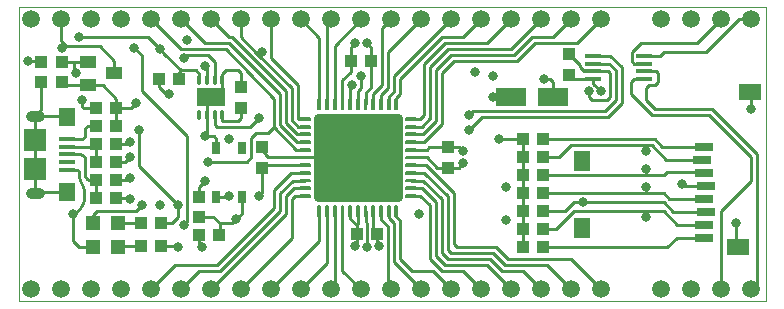
<source format=gtl>
G75*
%MOIN*%
%OFA0B0*%
%FSLAX25Y25*%
%IPPOS*%
%LPD*%
%AMOC8*
5,1,8,0,0,1.08239X$1,22.5*
%
%ADD10C,0.00100*%
%ADD11R,0.04331X0.03937*%
%ADD12R,0.03937X0.04331*%
%ADD13R,0.05512X0.03937*%
%ADD14R,0.04724X0.04724*%
%ADD15R,0.05906X0.03150*%
%ADD16R,0.07480X0.05512*%
%ADD17R,0.05512X0.07087*%
%ADD18R,0.02559X0.04134*%
%ADD19R,0.09843X0.06299*%
%ADD20R,0.05315X0.01575*%
%ADD21R,0.09449X0.06496*%
%ADD22C,0.01378*%
%ADD23C,0.00650*%
%ADD24C,0.02953*%
%ADD25C,0.05906*%
%ADD26R,0.05512X0.06299*%
%ADD27R,0.07480X0.07480*%
%ADD28C,0.03543*%
%ADD29C,0.00039*%
%ADD30C,0.01000*%
%ADD31C,0.03169*%
D10*
X0009000Y0020119D02*
X0009000Y0118119D01*
X0258000Y0118119D01*
X0258000Y0020119D01*
X0009000Y0020119D01*
D11*
X0049654Y0038619D03*
X0056346Y0038619D03*
X0069154Y0042119D03*
X0075846Y0042119D03*
X0056346Y0046119D03*
X0049654Y0046119D03*
X0041346Y0054619D03*
X0034654Y0054619D03*
X0034654Y0060619D03*
X0041346Y0060619D03*
X0041346Y0066619D03*
X0034654Y0066619D03*
X0034654Y0072619D03*
X0041346Y0072619D03*
X0041346Y0078619D03*
X0034654Y0078619D03*
X0034654Y0084619D03*
X0041346Y0084619D03*
X0055654Y0094119D03*
X0062346Y0094119D03*
X0119654Y0100119D03*
X0126346Y0100119D03*
X0177154Y0074119D03*
X0183846Y0074119D03*
X0183846Y0068119D03*
X0177154Y0068119D03*
X0177154Y0062119D03*
X0183846Y0062119D03*
X0183846Y0056119D03*
X0177154Y0056119D03*
X0177154Y0050119D03*
X0183846Y0050119D03*
X0183846Y0044119D03*
X0177154Y0044119D03*
X0177154Y0038119D03*
X0183846Y0038119D03*
X0128346Y0042619D03*
X0121654Y0042619D03*
D12*
X0152000Y0064772D03*
X0152000Y0071465D03*
X0192500Y0095772D03*
X0192500Y0102465D03*
X0090000Y0071465D03*
X0090000Y0064772D03*
X0069000Y0054965D03*
X0069000Y0048272D03*
X0083000Y0084772D03*
X0083000Y0091465D03*
X0023500Y0093272D03*
X0016500Y0093272D03*
X0016500Y0099965D03*
X0023500Y0099965D03*
D13*
X0032169Y0099859D03*
X0040831Y0096119D03*
X0032169Y0092379D03*
D14*
X0033866Y0046119D03*
X0042134Y0046119D03*
X0042134Y0038119D03*
X0033866Y0038119D03*
D15*
X0236619Y0067421D03*
X0237406Y0071752D03*
X0237406Y0063090D03*
X0238194Y0058759D03*
X0237406Y0054429D03*
X0238194Y0050098D03*
X0237406Y0045767D03*
X0237406Y0041437D03*
D16*
X0248627Y0038287D03*
X0252564Y0090059D03*
D17*
X0196855Y0067027D03*
X0196855Y0044586D03*
D18*
X0083232Y0054949D03*
X0074768Y0054949D03*
X0074768Y0071288D03*
X0083232Y0071288D03*
D19*
X0173110Y0088119D03*
X0186890Y0088119D03*
D20*
X0200535Y0094280D03*
X0200535Y0096839D03*
X0200535Y0099398D03*
X0200535Y0101957D03*
X0217465Y0101957D03*
X0217465Y0099398D03*
X0217465Y0096839D03*
X0217465Y0094280D03*
X0025000Y0074237D03*
X0025000Y0071678D03*
X0025000Y0069119D03*
X0025000Y0066560D03*
X0025000Y0064001D03*
D21*
X0073000Y0088119D03*
D22*
X0071720Y0092942D02*
X0071720Y0094910D01*
X0069161Y0094910D02*
X0069161Y0092942D01*
X0074280Y0092942D02*
X0074280Y0094910D01*
X0076839Y0094910D02*
X0076839Y0092942D01*
X0076839Y0083296D02*
X0076839Y0081328D01*
X0074280Y0081328D02*
X0074280Y0083296D01*
X0071720Y0083296D02*
X0071720Y0081328D01*
X0069161Y0081328D02*
X0069161Y0083296D01*
D23*
X0105926Y0081238D02*
X0105926Y0080590D01*
X0102640Y0080590D01*
X0102640Y0081238D01*
X0105926Y0081238D01*
X0105926Y0078679D02*
X0105926Y0078031D01*
X0102640Y0078031D01*
X0102640Y0078679D01*
X0105926Y0078679D01*
X0105926Y0076120D02*
X0105926Y0075472D01*
X0102640Y0075472D01*
X0102640Y0076120D01*
X0105926Y0076120D01*
X0105926Y0073561D02*
X0105926Y0072913D01*
X0102640Y0072913D01*
X0102640Y0073561D01*
X0105926Y0073561D01*
X0105926Y0071002D02*
X0105926Y0070354D01*
X0102640Y0070354D01*
X0102640Y0071002D01*
X0105926Y0071002D01*
X0105926Y0068443D02*
X0105926Y0067795D01*
X0102640Y0067795D01*
X0102640Y0068443D01*
X0105926Y0068443D01*
X0105926Y0065884D02*
X0105926Y0065236D01*
X0102640Y0065236D01*
X0102640Y0065884D01*
X0105926Y0065884D01*
X0105926Y0063325D02*
X0105926Y0062677D01*
X0102640Y0062677D01*
X0102640Y0063325D01*
X0105926Y0063325D01*
X0105926Y0060766D02*
X0105926Y0060118D01*
X0102640Y0060118D01*
X0102640Y0060766D01*
X0105926Y0060766D01*
X0105926Y0058206D02*
X0105926Y0057558D01*
X0102640Y0057558D01*
X0102640Y0058206D01*
X0105926Y0058206D01*
X0105926Y0055647D02*
X0105926Y0054999D01*
X0102640Y0054999D01*
X0102640Y0055647D01*
X0105926Y0055647D01*
X0108881Y0048759D02*
X0109529Y0048759D01*
X0108881Y0048759D02*
X0108881Y0052045D01*
X0109529Y0052045D01*
X0109529Y0048759D01*
X0109529Y0049408D02*
X0108881Y0049408D01*
X0108881Y0050057D02*
X0109529Y0050057D01*
X0109529Y0050706D02*
X0108881Y0050706D01*
X0108881Y0051355D02*
X0109529Y0051355D01*
X0109529Y0052004D02*
X0108881Y0052004D01*
X0111440Y0048759D02*
X0112088Y0048759D01*
X0111440Y0048759D02*
X0111440Y0052045D01*
X0112088Y0052045D01*
X0112088Y0048759D01*
X0112088Y0049408D02*
X0111440Y0049408D01*
X0111440Y0050057D02*
X0112088Y0050057D01*
X0112088Y0050706D02*
X0111440Y0050706D01*
X0111440Y0051355D02*
X0112088Y0051355D01*
X0112088Y0052004D02*
X0111440Y0052004D01*
X0113999Y0048759D02*
X0114647Y0048759D01*
X0113999Y0048759D02*
X0113999Y0052045D01*
X0114647Y0052045D01*
X0114647Y0048759D01*
X0114647Y0049408D02*
X0113999Y0049408D01*
X0113999Y0050057D02*
X0114647Y0050057D01*
X0114647Y0050706D02*
X0113999Y0050706D01*
X0113999Y0051355D02*
X0114647Y0051355D01*
X0114647Y0052004D02*
X0113999Y0052004D01*
X0116558Y0048759D02*
X0117206Y0048759D01*
X0116558Y0048759D02*
X0116558Y0052045D01*
X0117206Y0052045D01*
X0117206Y0048759D01*
X0117206Y0049408D02*
X0116558Y0049408D01*
X0116558Y0050057D02*
X0117206Y0050057D01*
X0117206Y0050706D02*
X0116558Y0050706D01*
X0116558Y0051355D02*
X0117206Y0051355D01*
X0117206Y0052004D02*
X0116558Y0052004D01*
X0119117Y0048759D02*
X0119765Y0048759D01*
X0119117Y0048759D02*
X0119117Y0052045D01*
X0119765Y0052045D01*
X0119765Y0048759D01*
X0119765Y0049408D02*
X0119117Y0049408D01*
X0119117Y0050057D02*
X0119765Y0050057D01*
X0119765Y0050706D02*
X0119117Y0050706D01*
X0119117Y0051355D02*
X0119765Y0051355D01*
X0119765Y0052004D02*
X0119117Y0052004D01*
X0121676Y0048759D02*
X0122324Y0048759D01*
X0121676Y0048759D02*
X0121676Y0052045D01*
X0122324Y0052045D01*
X0122324Y0048759D01*
X0122324Y0049408D02*
X0121676Y0049408D01*
X0121676Y0050057D02*
X0122324Y0050057D01*
X0122324Y0050706D02*
X0121676Y0050706D01*
X0121676Y0051355D02*
X0122324Y0051355D01*
X0122324Y0052004D02*
X0121676Y0052004D01*
X0124235Y0048759D02*
X0124883Y0048759D01*
X0124235Y0048759D02*
X0124235Y0052045D01*
X0124883Y0052045D01*
X0124883Y0048759D01*
X0124883Y0049408D02*
X0124235Y0049408D01*
X0124235Y0050057D02*
X0124883Y0050057D01*
X0124883Y0050706D02*
X0124235Y0050706D01*
X0124235Y0051355D02*
X0124883Y0051355D01*
X0124883Y0052004D02*
X0124235Y0052004D01*
X0126794Y0048759D02*
X0127442Y0048759D01*
X0126794Y0048759D02*
X0126794Y0052045D01*
X0127442Y0052045D01*
X0127442Y0048759D01*
X0127442Y0049408D02*
X0126794Y0049408D01*
X0126794Y0050057D02*
X0127442Y0050057D01*
X0127442Y0050706D02*
X0126794Y0050706D01*
X0126794Y0051355D02*
X0127442Y0051355D01*
X0127442Y0052004D02*
X0126794Y0052004D01*
X0129353Y0048759D02*
X0130001Y0048759D01*
X0129353Y0048759D02*
X0129353Y0052045D01*
X0130001Y0052045D01*
X0130001Y0048759D01*
X0130001Y0049408D02*
X0129353Y0049408D01*
X0129353Y0050057D02*
X0130001Y0050057D01*
X0130001Y0050706D02*
X0129353Y0050706D01*
X0129353Y0051355D02*
X0130001Y0051355D01*
X0130001Y0052004D02*
X0129353Y0052004D01*
X0131912Y0048759D02*
X0132560Y0048759D01*
X0131912Y0048759D02*
X0131912Y0052045D01*
X0132560Y0052045D01*
X0132560Y0048759D01*
X0132560Y0049408D02*
X0131912Y0049408D01*
X0131912Y0050057D02*
X0132560Y0050057D01*
X0132560Y0050706D02*
X0131912Y0050706D01*
X0131912Y0051355D02*
X0132560Y0051355D01*
X0132560Y0052004D02*
X0131912Y0052004D01*
X0134471Y0048759D02*
X0135119Y0048759D01*
X0134471Y0048759D02*
X0134471Y0052045D01*
X0135119Y0052045D01*
X0135119Y0048759D01*
X0135119Y0049408D02*
X0134471Y0049408D01*
X0134471Y0050057D02*
X0135119Y0050057D01*
X0135119Y0050706D02*
X0134471Y0050706D01*
X0134471Y0051355D02*
X0135119Y0051355D01*
X0135119Y0052004D02*
X0134471Y0052004D01*
X0141360Y0054999D02*
X0141360Y0055647D01*
X0141360Y0054999D02*
X0138074Y0054999D01*
X0138074Y0055647D01*
X0141360Y0055647D01*
X0141360Y0057558D02*
X0141360Y0058206D01*
X0141360Y0057558D02*
X0138074Y0057558D01*
X0138074Y0058206D01*
X0141360Y0058206D01*
X0141360Y0060118D02*
X0141360Y0060766D01*
X0141360Y0060118D02*
X0138074Y0060118D01*
X0138074Y0060766D01*
X0141360Y0060766D01*
X0141360Y0062677D02*
X0141360Y0063325D01*
X0141360Y0062677D02*
X0138074Y0062677D01*
X0138074Y0063325D01*
X0141360Y0063325D01*
X0141360Y0065236D02*
X0141360Y0065884D01*
X0141360Y0065236D02*
X0138074Y0065236D01*
X0138074Y0065884D01*
X0141360Y0065884D01*
X0141360Y0067795D02*
X0141360Y0068443D01*
X0141360Y0067795D02*
X0138074Y0067795D01*
X0138074Y0068443D01*
X0141360Y0068443D01*
X0141360Y0070354D02*
X0141360Y0071002D01*
X0141360Y0070354D02*
X0138074Y0070354D01*
X0138074Y0071002D01*
X0141360Y0071002D01*
X0141360Y0072913D02*
X0141360Y0073561D01*
X0141360Y0072913D02*
X0138074Y0072913D01*
X0138074Y0073561D01*
X0141360Y0073561D01*
X0141360Y0075472D02*
X0141360Y0076120D01*
X0141360Y0075472D02*
X0138074Y0075472D01*
X0138074Y0076120D01*
X0141360Y0076120D01*
X0141360Y0078031D02*
X0141360Y0078679D01*
X0141360Y0078031D02*
X0138074Y0078031D01*
X0138074Y0078679D01*
X0141360Y0078679D01*
X0141360Y0080590D02*
X0141360Y0081238D01*
X0141360Y0080590D02*
X0138074Y0080590D01*
X0138074Y0081238D01*
X0141360Y0081238D01*
X0135119Y0084192D02*
X0134471Y0084192D01*
X0134471Y0087478D01*
X0135119Y0087478D01*
X0135119Y0084192D01*
X0135119Y0084841D02*
X0134471Y0084841D01*
X0134471Y0085490D02*
X0135119Y0085490D01*
X0135119Y0086139D02*
X0134471Y0086139D01*
X0134471Y0086788D02*
X0135119Y0086788D01*
X0135119Y0087437D02*
X0134471Y0087437D01*
X0132560Y0084192D02*
X0131912Y0084192D01*
X0131912Y0087478D01*
X0132560Y0087478D01*
X0132560Y0084192D01*
X0132560Y0084841D02*
X0131912Y0084841D01*
X0131912Y0085490D02*
X0132560Y0085490D01*
X0132560Y0086139D02*
X0131912Y0086139D01*
X0131912Y0086788D02*
X0132560Y0086788D01*
X0132560Y0087437D02*
X0131912Y0087437D01*
X0130001Y0084192D02*
X0129353Y0084192D01*
X0129353Y0087478D01*
X0130001Y0087478D01*
X0130001Y0084192D01*
X0130001Y0084841D02*
X0129353Y0084841D01*
X0129353Y0085490D02*
X0130001Y0085490D01*
X0130001Y0086139D02*
X0129353Y0086139D01*
X0129353Y0086788D02*
X0130001Y0086788D01*
X0130001Y0087437D02*
X0129353Y0087437D01*
X0127442Y0084192D02*
X0126794Y0084192D01*
X0126794Y0087478D01*
X0127442Y0087478D01*
X0127442Y0084192D01*
X0127442Y0084841D02*
X0126794Y0084841D01*
X0126794Y0085490D02*
X0127442Y0085490D01*
X0127442Y0086139D02*
X0126794Y0086139D01*
X0126794Y0086788D02*
X0127442Y0086788D01*
X0127442Y0087437D02*
X0126794Y0087437D01*
X0124883Y0084192D02*
X0124235Y0084192D01*
X0124235Y0087478D01*
X0124883Y0087478D01*
X0124883Y0084192D01*
X0124883Y0084841D02*
X0124235Y0084841D01*
X0124235Y0085490D02*
X0124883Y0085490D01*
X0124883Y0086139D02*
X0124235Y0086139D01*
X0124235Y0086788D02*
X0124883Y0086788D01*
X0124883Y0087437D02*
X0124235Y0087437D01*
X0122324Y0084192D02*
X0121676Y0084192D01*
X0121676Y0087478D01*
X0122324Y0087478D01*
X0122324Y0084192D01*
X0122324Y0084841D02*
X0121676Y0084841D01*
X0121676Y0085490D02*
X0122324Y0085490D01*
X0122324Y0086139D02*
X0121676Y0086139D01*
X0121676Y0086788D02*
X0122324Y0086788D01*
X0122324Y0087437D02*
X0121676Y0087437D01*
X0119765Y0084192D02*
X0119117Y0084192D01*
X0119117Y0087478D01*
X0119765Y0087478D01*
X0119765Y0084192D01*
X0119765Y0084841D02*
X0119117Y0084841D01*
X0119117Y0085490D02*
X0119765Y0085490D01*
X0119765Y0086139D02*
X0119117Y0086139D01*
X0119117Y0086788D02*
X0119765Y0086788D01*
X0119765Y0087437D02*
X0119117Y0087437D01*
X0117206Y0084192D02*
X0116558Y0084192D01*
X0116558Y0087478D01*
X0117206Y0087478D01*
X0117206Y0084192D01*
X0117206Y0084841D02*
X0116558Y0084841D01*
X0116558Y0085490D02*
X0117206Y0085490D01*
X0117206Y0086139D02*
X0116558Y0086139D01*
X0116558Y0086788D02*
X0117206Y0086788D01*
X0117206Y0087437D02*
X0116558Y0087437D01*
X0114647Y0084192D02*
X0113999Y0084192D01*
X0113999Y0087478D01*
X0114647Y0087478D01*
X0114647Y0084192D01*
X0114647Y0084841D02*
X0113999Y0084841D01*
X0113999Y0085490D02*
X0114647Y0085490D01*
X0114647Y0086139D02*
X0113999Y0086139D01*
X0113999Y0086788D02*
X0114647Y0086788D01*
X0114647Y0087437D02*
X0113999Y0087437D01*
X0112088Y0084192D02*
X0111440Y0084192D01*
X0111440Y0087478D01*
X0112088Y0087478D01*
X0112088Y0084192D01*
X0112088Y0084841D02*
X0111440Y0084841D01*
X0111440Y0085490D02*
X0112088Y0085490D01*
X0112088Y0086139D02*
X0111440Y0086139D01*
X0111440Y0086788D02*
X0112088Y0086788D01*
X0112088Y0087437D02*
X0111440Y0087437D01*
X0109529Y0084192D02*
X0108881Y0084192D01*
X0108881Y0087478D01*
X0109529Y0087478D01*
X0109529Y0084192D01*
X0109529Y0084841D02*
X0108881Y0084841D01*
X0108881Y0085490D02*
X0109529Y0085490D01*
X0109529Y0086139D02*
X0108881Y0086139D01*
X0108881Y0086788D02*
X0109529Y0086788D01*
X0109529Y0087437D02*
X0108881Y0087437D01*
D24*
X0135288Y0081407D02*
X0135288Y0054831D01*
X0108712Y0054831D01*
X0108712Y0081407D01*
X0135288Y0081407D01*
X0135288Y0057783D02*
X0108712Y0057783D01*
X0108712Y0060735D02*
X0135288Y0060735D01*
X0135288Y0063687D02*
X0108712Y0063687D01*
X0108712Y0066639D02*
X0135288Y0066639D01*
X0135288Y0069591D02*
X0108712Y0069591D01*
X0108712Y0072543D02*
X0135288Y0072543D01*
X0135288Y0075495D02*
X0108712Y0075495D01*
X0108712Y0078447D02*
X0135288Y0078447D01*
X0135288Y0081399D02*
X0108712Y0081399D01*
D25*
X0113000Y0114119D03*
X0123000Y0114119D03*
X0133000Y0114119D03*
X0143000Y0114119D03*
X0153000Y0114119D03*
X0163000Y0114119D03*
X0173000Y0114119D03*
X0183000Y0114119D03*
X0193000Y0114119D03*
X0203000Y0114119D03*
X0223000Y0114119D03*
X0233000Y0114119D03*
X0243000Y0114119D03*
X0253000Y0114119D03*
X0103000Y0114119D03*
X0093000Y0114119D03*
X0083000Y0114119D03*
X0073000Y0114119D03*
X0063000Y0114119D03*
X0053000Y0114119D03*
X0043000Y0114119D03*
X0033000Y0114119D03*
X0023000Y0114119D03*
X0013000Y0114119D03*
X0013000Y0024119D03*
X0023000Y0024119D03*
X0033000Y0024119D03*
X0043000Y0024119D03*
X0053000Y0024119D03*
X0063000Y0024119D03*
X0073000Y0024119D03*
X0083000Y0024119D03*
X0093000Y0024119D03*
X0103000Y0024119D03*
X0113000Y0024119D03*
X0123000Y0024119D03*
X0133000Y0024119D03*
X0143000Y0024119D03*
X0153000Y0024119D03*
X0163000Y0024119D03*
X0173000Y0024119D03*
X0183000Y0024119D03*
X0193000Y0024119D03*
X0203000Y0024119D03*
X0223000Y0024119D03*
X0233000Y0024119D03*
X0243000Y0024119D03*
X0253000Y0024119D03*
D26*
X0025000Y0056520D03*
X0025000Y0081717D03*
D27*
X0014469Y0073843D03*
X0014469Y0064394D03*
D28*
X0015866Y0056127D02*
X0015866Y0056127D01*
X0013110Y0056127D01*
X0013110Y0056127D01*
X0015866Y0056127D01*
X0015866Y0082111D02*
X0015866Y0082111D01*
X0013110Y0082111D01*
X0013110Y0082111D01*
X0015866Y0082111D01*
D29*
X0016850Y0082111D02*
X0016848Y0082173D01*
X0016842Y0082234D01*
X0016833Y0082295D01*
X0016819Y0082356D01*
X0016802Y0082415D01*
X0016781Y0082473D01*
X0016756Y0082530D01*
X0016728Y0082585D01*
X0016697Y0082638D01*
X0016662Y0082689D01*
X0016624Y0082738D01*
X0016583Y0082785D01*
X0016540Y0082828D01*
X0016493Y0082869D01*
X0016444Y0082907D01*
X0016393Y0082942D01*
X0016340Y0082973D01*
X0016285Y0083001D01*
X0016228Y0083026D01*
X0016170Y0083047D01*
X0016111Y0083064D01*
X0016050Y0083078D01*
X0015989Y0083087D01*
X0015928Y0083093D01*
X0015866Y0083095D01*
X0013110Y0083095D01*
X0012126Y0082111D02*
X0012128Y0082049D01*
X0012134Y0081988D01*
X0012143Y0081927D01*
X0012157Y0081866D01*
X0012174Y0081807D01*
X0012195Y0081749D01*
X0012220Y0081692D01*
X0012248Y0081637D01*
X0012279Y0081584D01*
X0012314Y0081533D01*
X0012352Y0081484D01*
X0012393Y0081437D01*
X0012436Y0081394D01*
X0012483Y0081353D01*
X0012532Y0081315D01*
X0012583Y0081280D01*
X0012636Y0081249D01*
X0012691Y0081221D01*
X0012748Y0081196D01*
X0012806Y0081175D01*
X0012865Y0081158D01*
X0012926Y0081144D01*
X0012987Y0081135D01*
X0013048Y0081129D01*
X0013110Y0081127D01*
X0015866Y0081127D01*
X0015928Y0081129D01*
X0015989Y0081135D01*
X0016050Y0081144D01*
X0016111Y0081158D01*
X0016170Y0081175D01*
X0016228Y0081196D01*
X0016285Y0081221D01*
X0016340Y0081249D01*
X0016393Y0081280D01*
X0016444Y0081315D01*
X0016493Y0081353D01*
X0016540Y0081394D01*
X0016583Y0081437D01*
X0016624Y0081484D01*
X0016662Y0081533D01*
X0016697Y0081584D01*
X0016728Y0081637D01*
X0016756Y0081692D01*
X0016781Y0081749D01*
X0016802Y0081807D01*
X0016819Y0081866D01*
X0016833Y0081927D01*
X0016842Y0081988D01*
X0016848Y0082049D01*
X0016850Y0082111D01*
X0013110Y0083095D02*
X0013048Y0083093D01*
X0012987Y0083087D01*
X0012926Y0083078D01*
X0012865Y0083064D01*
X0012806Y0083047D01*
X0012748Y0083026D01*
X0012691Y0083001D01*
X0012636Y0082973D01*
X0012583Y0082942D01*
X0012532Y0082907D01*
X0012483Y0082869D01*
X0012436Y0082828D01*
X0012393Y0082785D01*
X0012352Y0082738D01*
X0012314Y0082689D01*
X0012279Y0082638D01*
X0012248Y0082585D01*
X0012220Y0082530D01*
X0012195Y0082473D01*
X0012174Y0082415D01*
X0012157Y0082356D01*
X0012143Y0082295D01*
X0012134Y0082234D01*
X0012128Y0082173D01*
X0012126Y0082111D01*
X0013110Y0057111D02*
X0015866Y0057111D01*
X0015928Y0057109D01*
X0015989Y0057103D01*
X0016050Y0057094D01*
X0016111Y0057080D01*
X0016170Y0057063D01*
X0016228Y0057042D01*
X0016285Y0057017D01*
X0016340Y0056989D01*
X0016393Y0056958D01*
X0016444Y0056923D01*
X0016493Y0056885D01*
X0016540Y0056844D01*
X0016583Y0056801D01*
X0016624Y0056754D01*
X0016662Y0056705D01*
X0016697Y0056654D01*
X0016728Y0056601D01*
X0016756Y0056546D01*
X0016781Y0056489D01*
X0016802Y0056431D01*
X0016819Y0056372D01*
X0016833Y0056311D01*
X0016842Y0056250D01*
X0016848Y0056189D01*
X0016850Y0056127D01*
X0016848Y0056065D01*
X0016842Y0056004D01*
X0016833Y0055943D01*
X0016819Y0055882D01*
X0016802Y0055823D01*
X0016781Y0055765D01*
X0016756Y0055708D01*
X0016728Y0055653D01*
X0016697Y0055600D01*
X0016662Y0055549D01*
X0016624Y0055500D01*
X0016583Y0055453D01*
X0016540Y0055410D01*
X0016493Y0055369D01*
X0016444Y0055331D01*
X0016393Y0055296D01*
X0016340Y0055265D01*
X0016285Y0055237D01*
X0016228Y0055212D01*
X0016170Y0055191D01*
X0016111Y0055174D01*
X0016050Y0055160D01*
X0015989Y0055151D01*
X0015928Y0055145D01*
X0015866Y0055143D01*
X0015866Y0055142D02*
X0013110Y0055142D01*
X0013110Y0055143D02*
X0013048Y0055145D01*
X0012987Y0055151D01*
X0012926Y0055160D01*
X0012865Y0055174D01*
X0012806Y0055191D01*
X0012748Y0055212D01*
X0012691Y0055237D01*
X0012636Y0055265D01*
X0012583Y0055296D01*
X0012532Y0055331D01*
X0012483Y0055369D01*
X0012436Y0055410D01*
X0012393Y0055453D01*
X0012352Y0055500D01*
X0012314Y0055549D01*
X0012279Y0055600D01*
X0012248Y0055653D01*
X0012220Y0055708D01*
X0012195Y0055765D01*
X0012174Y0055823D01*
X0012157Y0055882D01*
X0012143Y0055943D01*
X0012134Y0056004D01*
X0012128Y0056065D01*
X0012126Y0056127D01*
X0012128Y0056189D01*
X0012134Y0056250D01*
X0012143Y0056311D01*
X0012157Y0056372D01*
X0012174Y0056431D01*
X0012195Y0056489D01*
X0012220Y0056546D01*
X0012248Y0056601D01*
X0012279Y0056654D01*
X0012314Y0056705D01*
X0012352Y0056754D01*
X0012393Y0056801D01*
X0012436Y0056844D01*
X0012483Y0056885D01*
X0012532Y0056923D01*
X0012583Y0056958D01*
X0012636Y0056989D01*
X0012691Y0057017D01*
X0012748Y0057042D01*
X0012806Y0057063D01*
X0012865Y0057080D01*
X0012926Y0057094D01*
X0012987Y0057103D01*
X0013048Y0057109D01*
X0013110Y0057111D01*
D30*
X0014488Y0056127D02*
X0014882Y0056520D01*
X0025000Y0056520D01*
X0030000Y0059119D02*
X0030083Y0058958D01*
X0030162Y0058796D01*
X0030238Y0058631D01*
X0030309Y0058465D01*
X0030376Y0058297D01*
X0030439Y0058127D01*
X0030498Y0057956D01*
X0030553Y0057783D01*
X0030603Y0057609D01*
X0030649Y0057434D01*
X0030691Y0057258D01*
X0030729Y0057081D01*
X0030762Y0056903D01*
X0030791Y0056725D01*
X0030815Y0056545D01*
X0030836Y0056365D01*
X0030851Y0056185D01*
X0030863Y0056004D01*
X0030869Y0055824D01*
X0030872Y0055643D01*
X0030870Y0055462D01*
X0030864Y0055281D01*
X0030853Y0055100D01*
X0030838Y0054920D01*
X0030818Y0054740D01*
X0030794Y0054560D01*
X0030766Y0054382D01*
X0030733Y0054204D01*
X0030696Y0054027D01*
X0030655Y0053850D01*
X0030609Y0053675D01*
X0030559Y0053501D01*
X0030505Y0053328D01*
X0030447Y0053157D01*
X0030384Y0052987D01*
X0030318Y0052819D01*
X0030247Y0052652D01*
X0030172Y0052488D01*
X0030094Y0052325D01*
X0030011Y0052164D01*
X0029924Y0052005D01*
X0029834Y0051848D01*
X0029740Y0051693D01*
X0029642Y0051541D01*
X0029540Y0051392D01*
X0029435Y0051244D01*
X0029326Y0051100D01*
X0029213Y0050958D01*
X0029097Y0050819D01*
X0028978Y0050683D01*
X0028856Y0050549D01*
X0028730Y0050419D01*
X0028601Y0050292D01*
X0028469Y0050168D01*
X0028335Y0050047D01*
X0028197Y0049930D01*
X0028056Y0049816D01*
X0027913Y0049706D01*
X0027767Y0049599D01*
X0027618Y0049495D01*
X0027467Y0049396D01*
X0027314Y0049300D01*
X0027158Y0049207D01*
X0027000Y0049119D01*
X0027000Y0040119D01*
X0029000Y0038119D01*
X0033866Y0038119D01*
X0042134Y0038119D02*
X0042634Y0038619D01*
X0049654Y0038619D01*
X0056346Y0038619D02*
X0061500Y0038619D01*
X0062000Y0038119D01*
X0069154Y0038965D02*
X0069154Y0042119D01*
X0069154Y0038965D02*
X0070000Y0038119D01*
X0075846Y0042119D02*
X0076000Y0042272D01*
X0076000Y0046119D01*
X0080000Y0046119D01*
X0081500Y0047619D01*
X0083232Y0049351D01*
X0083232Y0054949D01*
X0079000Y0055119D02*
X0078831Y0054949D01*
X0074768Y0054949D01*
X0069000Y0054965D02*
X0069000Y0058119D01*
X0071000Y0060119D01*
X0072000Y0066619D02*
X0085000Y0066619D01*
X0086500Y0068119D01*
X0086500Y0074619D01*
X0088000Y0076119D01*
X0091976Y0076119D01*
X0094000Y0078142D01*
X0094000Y0087619D01*
X0078000Y0104119D01*
X0063000Y0104119D01*
X0053000Y0114119D01*
X0063000Y0114119D02*
X0071000Y0106119D01*
X0079000Y0106119D01*
X0096000Y0089119D01*
X0096000Y0079008D01*
X0101771Y0073237D01*
X0104283Y0073237D01*
X0104283Y0075796D02*
X0101794Y0075796D01*
X0098000Y0079590D01*
X0098000Y0090119D01*
X0080000Y0108119D01*
X0079000Y0108119D01*
X0073000Y0114119D01*
X0083000Y0114119D02*
X0083000Y0108119D01*
X0088500Y0102619D01*
X0089000Y0103119D01*
X0090000Y0103119D01*
X0088500Y0102619D02*
X0100000Y0091119D01*
X0100000Y0080496D01*
X0102141Y0078355D01*
X0104283Y0078355D01*
X0104283Y0080914D02*
X0102205Y0080914D01*
X0102000Y0081119D01*
X0102000Y0092119D01*
X0093000Y0101119D01*
X0093000Y0114119D01*
X0103000Y0114119D02*
X0109205Y0107914D01*
X0109205Y0085835D01*
X0111764Y0085835D02*
X0111764Y0112882D01*
X0113000Y0114119D01*
X0114323Y0105442D02*
X0123000Y0114119D01*
X0130000Y0111119D02*
X0133000Y0114119D01*
X0130000Y0111119D02*
X0130000Y0092119D01*
X0127118Y0089237D01*
X0127118Y0085835D01*
X0124559Y0085835D02*
X0124559Y0089678D01*
X0126346Y0091465D01*
X0126346Y0100119D01*
X0126346Y0104772D01*
X0125000Y0106119D01*
X0121000Y0106119D02*
X0119654Y0104772D01*
X0119654Y0100119D01*
X0119654Y0096772D01*
X0116882Y0094001D01*
X0116882Y0085835D01*
X0119441Y0085835D02*
X0119441Y0091560D01*
X0120000Y0092119D01*
X0122000Y0090119D02*
X0123000Y0091119D01*
X0123000Y0095119D01*
X0129677Y0088796D02*
X0132000Y0091119D01*
X0132000Y0103119D01*
X0143000Y0114119D01*
X0153000Y0114119D02*
X0134000Y0095119D01*
X0134000Y0090119D01*
X0132236Y0088355D01*
X0132236Y0085835D01*
X0129677Y0085835D02*
X0129677Y0088796D01*
X0134795Y0087914D02*
X0134795Y0085835D01*
X0134795Y0087914D02*
X0136000Y0089119D01*
X0136000Y0094119D01*
X0150000Y0108119D01*
X0157000Y0108119D01*
X0163000Y0114119D01*
X0165000Y0106119D02*
X0173000Y0114119D01*
X0173000Y0104119D02*
X0183000Y0114119D01*
X0187000Y0108119D02*
X0193000Y0114119D01*
X0195000Y0106119D02*
X0203000Y0114119D01*
X0187000Y0108119D02*
X0180000Y0108119D01*
X0174000Y0102119D01*
X0153000Y0102119D01*
X0148000Y0097119D01*
X0148000Y0080119D01*
X0143677Y0075796D01*
X0139717Y0075796D01*
X0139717Y0073237D02*
X0144118Y0073237D01*
X0150000Y0079119D01*
X0150000Y0096119D01*
X0154000Y0100119D01*
X0175000Y0100119D01*
X0181000Y0106119D01*
X0195000Y0106119D01*
X0192500Y0102465D02*
X0196000Y0098965D01*
X0196000Y0098119D01*
X0197280Y0096839D01*
X0200535Y0096839D01*
X0205280Y0096839D01*
X0206000Y0096119D01*
X0206000Y0088119D01*
X0205000Y0087119D01*
X0200000Y0087119D01*
X0199000Y0088119D01*
X0199000Y0090119D01*
X0200535Y0092583D02*
X0203000Y0090119D01*
X0200535Y0092583D02*
X0200535Y0094280D01*
X0194492Y0094280D01*
X0192500Y0095772D01*
X0187000Y0093119D02*
X0186000Y0094119D01*
X0184000Y0094119D01*
X0187000Y0093119D02*
X0187000Y0090229D01*
X0188000Y0089229D01*
X0186890Y0088119D01*
X0173110Y0088119D02*
X0167000Y0088119D01*
X0160500Y0083619D02*
X0159000Y0082119D01*
X0160500Y0083619D02*
X0204500Y0083619D01*
X0208000Y0087119D01*
X0208000Y0097119D01*
X0205720Y0099398D01*
X0200535Y0099398D01*
X0200535Y0101957D02*
X0206161Y0101957D01*
X0210000Y0098119D01*
X0210000Y0086119D01*
X0205500Y0081619D01*
X0163500Y0081619D01*
X0159000Y0077119D01*
X0169000Y0074119D02*
X0177154Y0074119D01*
X0177154Y0068119D01*
X0177154Y0062119D01*
X0177154Y0056119D01*
X0177154Y0050119D01*
X0177154Y0044119D01*
X0177154Y0038119D01*
X0172000Y0034119D02*
X0193000Y0034119D01*
X0203000Y0024119D01*
X0193000Y0024119D02*
X0185000Y0032119D01*
X0171000Y0032119D01*
X0167000Y0036119D01*
X0153000Y0036119D01*
X0152000Y0037119D01*
X0152000Y0055119D01*
X0144118Y0063001D01*
X0139717Y0063001D01*
X0139717Y0065560D02*
X0144559Y0065560D01*
X0154000Y0056119D01*
X0154000Y0039119D01*
X0155000Y0038119D01*
X0168000Y0038119D01*
X0172000Y0034119D01*
X0170000Y0030119D02*
X0166000Y0034119D01*
X0152000Y0034119D01*
X0150000Y0036119D01*
X0150000Y0054119D01*
X0143677Y0060442D01*
X0139717Y0060442D01*
X0139717Y0057882D02*
X0143236Y0057882D01*
X0148000Y0053119D01*
X0148000Y0035119D01*
X0151000Y0032119D01*
X0165000Y0032119D01*
X0173000Y0024119D01*
X0177000Y0030119D02*
X0183000Y0024119D01*
X0177000Y0030119D02*
X0170000Y0030119D01*
X0163000Y0024119D02*
X0157000Y0030119D01*
X0150000Y0030119D01*
X0146000Y0034119D01*
X0146000Y0052119D01*
X0142795Y0055323D01*
X0139717Y0055323D01*
X0134795Y0050402D02*
X0134795Y0048323D01*
X0136000Y0047119D01*
X0136000Y0034119D01*
X0140000Y0030119D01*
X0147000Y0030119D01*
X0153000Y0024119D01*
X0143000Y0024119D02*
X0134000Y0033119D01*
X0134000Y0046119D01*
X0132236Y0047882D01*
X0132236Y0050402D01*
X0129677Y0050402D02*
X0129677Y0047442D01*
X0132000Y0045119D01*
X0132000Y0025119D01*
X0133000Y0024119D01*
X0123000Y0024119D02*
X0116882Y0030237D01*
X0116882Y0050402D01*
X0119441Y0050402D02*
X0119441Y0047678D01*
X0121654Y0045465D01*
X0122000Y0045812D01*
X0122000Y0050402D01*
X0124559Y0050402D02*
X0124559Y0046560D01*
X0125000Y0046119D01*
X0125000Y0038119D01*
X0121654Y0038965D02*
X0121000Y0038619D01*
X0121654Y0038965D02*
X0121654Y0042619D01*
X0121654Y0045465D01*
X0127118Y0043347D02*
X0128346Y0042619D01*
X0128346Y0038965D01*
X0129000Y0038619D01*
X0127118Y0043347D02*
X0127118Y0050402D01*
X0114323Y0050402D02*
X0114323Y0025442D01*
X0113000Y0024119D01*
X0111764Y0032882D02*
X0103000Y0024119D01*
X0093000Y0024119D02*
X0109205Y0040323D01*
X0109205Y0050402D01*
X0111764Y0050402D02*
X0111764Y0032882D01*
X0100000Y0041119D02*
X0083000Y0024119D01*
X0079000Y0030119D02*
X0073000Y0024119D01*
X0069000Y0030119D02*
X0063000Y0024119D01*
X0061000Y0032119D02*
X0053000Y0024119D01*
X0061000Y0032119D02*
X0075000Y0032119D01*
X0094000Y0051119D01*
X0094000Y0057119D01*
X0099882Y0063001D01*
X0104283Y0063001D01*
X0104283Y0065560D02*
X0091787Y0065560D01*
X0090000Y0064772D01*
X0090000Y0056119D01*
X0089000Y0055119D01*
X0096000Y0056119D02*
X0096000Y0050119D01*
X0078000Y0032119D01*
X0076000Y0030119D01*
X0069000Y0030119D01*
X0079000Y0030119D02*
X0098000Y0049119D01*
X0098000Y0055119D01*
X0100764Y0057882D01*
X0104283Y0057882D01*
X0104283Y0060442D02*
X0100323Y0060442D01*
X0096000Y0056119D01*
X0100000Y0054119D02*
X0100000Y0041119D01*
X0076000Y0046119D02*
X0073846Y0048272D01*
X0069000Y0048272D01*
X0065000Y0046619D02*
X0065000Y0075119D01*
X0050000Y0090119D01*
X0050000Y0102119D01*
X0047500Y0104619D01*
X0052000Y0108119D02*
X0056000Y0104119D01*
X0057500Y0102619D01*
X0063000Y0097119D01*
X0062346Y0096465D01*
X0062346Y0094119D01*
X0063000Y0097119D02*
X0068000Y0097119D01*
X0069161Y0095957D01*
X0069161Y0093926D01*
X0071720Y0093926D02*
X0071720Y0097898D01*
X0071000Y0098619D01*
X0074280Y0099839D02*
X0072000Y0102119D01*
X0065000Y0102119D01*
X0064000Y0101119D01*
X0074280Y0099839D02*
X0074280Y0093926D01*
X0076839Y0093926D02*
X0076839Y0095957D01*
X0078000Y0097119D01*
X0082000Y0097119D01*
X0083000Y0096119D01*
X0083000Y0091465D01*
X0076839Y0093926D02*
X0076839Y0088957D01*
X0076000Y0088119D01*
X0073000Y0088119D01*
X0071720Y0086839D01*
X0071720Y0082312D01*
X0071720Y0075839D01*
X0071000Y0075119D01*
X0074000Y0075119D01*
X0074768Y0074351D01*
X0074768Y0071288D01*
X0075000Y0078119D02*
X0086000Y0078119D01*
X0089000Y0081119D01*
X0083000Y0081119D02*
X0082000Y0080119D01*
X0077000Y0080119D01*
X0076839Y0080280D01*
X0076839Y0082312D01*
X0074280Y0082312D02*
X0074280Y0078839D01*
X0075000Y0078119D01*
X0083000Y0081119D02*
X0083000Y0084772D01*
X0094000Y0078142D02*
X0101465Y0070678D01*
X0104283Y0070678D01*
X0104283Y0068119D02*
X0092000Y0068119D01*
X0091000Y0069119D01*
X0090000Y0071465D01*
X0104283Y0068119D02*
X0113000Y0068119D01*
X0139717Y0068119D02*
X0145000Y0068119D01*
X0148346Y0064772D01*
X0152000Y0064772D01*
X0155654Y0064772D01*
X0157000Y0066119D01*
X0157000Y0070119D02*
X0155654Y0071465D01*
X0152000Y0071465D01*
X0145846Y0071465D01*
X0145059Y0070678D01*
X0139717Y0070678D01*
X0139717Y0078355D02*
X0143236Y0078355D01*
X0146000Y0081119D01*
X0146000Y0098119D01*
X0152000Y0104119D01*
X0173000Y0104119D01*
X0165000Y0106119D02*
X0151000Y0106119D01*
X0144000Y0099119D01*
X0144000Y0082119D01*
X0142795Y0080914D01*
X0139717Y0080914D01*
X0122000Y0085835D02*
X0122000Y0090119D01*
X0114323Y0085835D02*
X0114323Y0105442D01*
X0059000Y0089119D02*
X0058000Y0089119D01*
X0055654Y0091465D01*
X0055654Y0094119D01*
X0040831Y0096119D02*
X0040831Y0100288D01*
X0036000Y0105119D01*
X0025000Y0105119D01*
X0024500Y0105619D01*
X0023500Y0104619D01*
X0024500Y0105619D02*
X0023000Y0107119D01*
X0023000Y0114119D01*
X0029000Y0108119D02*
X0052000Y0108119D01*
X0032169Y0099859D02*
X0027500Y0099859D01*
X0027500Y0096619D01*
X0028000Y0096119D01*
X0024394Y0092379D02*
X0023500Y0093272D01*
X0024394Y0092379D02*
X0032169Y0092379D01*
X0032429Y0092119D01*
X0037000Y0092119D01*
X0041346Y0087772D01*
X0041346Y0084619D01*
X0046500Y0084619D01*
X0048000Y0086119D01*
X0041346Y0084619D02*
X0041346Y0078619D01*
X0034654Y0078619D02*
X0033118Y0078619D01*
X0031000Y0077501D02*
X0031000Y0075570D01*
X0030998Y0075498D01*
X0030992Y0075426D01*
X0030982Y0075354D01*
X0030969Y0075283D01*
X0030951Y0075213D01*
X0030930Y0075144D01*
X0030905Y0075077D01*
X0030877Y0075010D01*
X0030845Y0074946D01*
X0030809Y0074883D01*
X0030770Y0074822D01*
X0030728Y0074763D01*
X0030683Y0074707D01*
X0030635Y0074653D01*
X0030584Y0074602D01*
X0030530Y0074554D01*
X0030474Y0074509D01*
X0030415Y0074467D01*
X0030354Y0074428D01*
X0030291Y0074392D01*
X0030227Y0074360D01*
X0030160Y0074332D01*
X0030093Y0074307D01*
X0030024Y0074286D01*
X0029954Y0074268D01*
X0029883Y0074255D01*
X0029811Y0074245D01*
X0029739Y0074239D01*
X0029667Y0074237D01*
X0025000Y0074237D01*
X0025000Y0071678D02*
X0033713Y0071678D01*
X0034654Y0072619D01*
X0034654Y0066619D01*
X0031000Y0067704D02*
X0031000Y0062421D01*
X0031002Y0062338D01*
X0031008Y0062255D01*
X0031017Y0062172D01*
X0031031Y0062090D01*
X0031048Y0062008D01*
X0031069Y0061928D01*
X0031093Y0061848D01*
X0031122Y0061770D01*
X0031154Y0061693D01*
X0031189Y0061617D01*
X0031228Y0061544D01*
X0031270Y0061472D01*
X0031316Y0061402D01*
X0031364Y0061334D01*
X0031416Y0061269D01*
X0031471Y0061206D01*
X0031528Y0061146D01*
X0031588Y0061089D01*
X0031651Y0061034D01*
X0031716Y0060982D01*
X0031784Y0060934D01*
X0031854Y0060888D01*
X0031926Y0060846D01*
X0031999Y0060807D01*
X0032075Y0060772D01*
X0032152Y0060740D01*
X0032230Y0060711D01*
X0032310Y0060687D01*
X0032390Y0060666D01*
X0032472Y0060649D01*
X0032554Y0060635D01*
X0032637Y0060626D01*
X0032720Y0060620D01*
X0032803Y0060618D01*
X0032803Y0060619D02*
X0034654Y0060619D01*
X0034654Y0054619D01*
X0041346Y0054619D02*
X0045500Y0054619D01*
X0046000Y0054119D01*
X0050000Y0052119D02*
X0048000Y0050119D01*
X0035000Y0050119D01*
X0033866Y0048985D01*
X0033866Y0046119D01*
X0042134Y0046119D02*
X0049654Y0046119D01*
X0056346Y0046119D02*
X0060000Y0046119D01*
X0062000Y0048119D01*
X0062000Y0052119D01*
X0049000Y0065119D01*
X0049000Y0077119D01*
X0046000Y0073119D02*
X0045500Y0072619D01*
X0041346Y0072619D01*
X0033118Y0078619D02*
X0033041Y0078641D01*
X0032962Y0078660D01*
X0032883Y0078674D01*
X0032803Y0078685D01*
X0032722Y0078692D01*
X0032642Y0078695D01*
X0032561Y0078694D01*
X0032481Y0078689D01*
X0032401Y0078681D01*
X0032321Y0078669D01*
X0032242Y0078653D01*
X0032164Y0078633D01*
X0032087Y0078609D01*
X0032011Y0078582D01*
X0031936Y0078552D01*
X0031863Y0078517D01*
X0031792Y0078480D01*
X0031722Y0078439D01*
X0031655Y0078395D01*
X0031590Y0078347D01*
X0031527Y0078297D01*
X0031466Y0078243D01*
X0031409Y0078187D01*
X0031354Y0078128D01*
X0031301Y0078067D01*
X0031252Y0078003D01*
X0031206Y0077937D01*
X0031163Y0077869D01*
X0031123Y0077798D01*
X0031087Y0077726D01*
X0031054Y0077653D01*
X0031025Y0077578D01*
X0031000Y0077501D01*
X0025000Y0081717D02*
X0024606Y0082111D01*
X0014488Y0082111D01*
X0014488Y0073863D01*
X0014469Y0073843D01*
X0014469Y0064394D01*
X0014488Y0064375D01*
X0014488Y0056127D01*
X0028118Y0064001D02*
X0028176Y0063999D01*
X0028233Y0063993D01*
X0028290Y0063984D01*
X0028346Y0063971D01*
X0028402Y0063954D01*
X0028456Y0063934D01*
X0028508Y0063910D01*
X0028559Y0063883D01*
X0028608Y0063852D01*
X0028655Y0063819D01*
X0028700Y0063782D01*
X0028742Y0063743D01*
X0028781Y0063701D01*
X0028818Y0063656D01*
X0028851Y0063609D01*
X0028882Y0063560D01*
X0028909Y0063509D01*
X0028933Y0063457D01*
X0028953Y0063403D01*
X0028970Y0063347D01*
X0028983Y0063291D01*
X0028992Y0063234D01*
X0028998Y0063177D01*
X0029000Y0063119D01*
X0028118Y0064001D02*
X0025000Y0064001D01*
X0029586Y0069118D02*
X0029660Y0069116D01*
X0029734Y0069110D01*
X0029807Y0069101D01*
X0029880Y0069087D01*
X0029952Y0069070D01*
X0030023Y0069049D01*
X0030093Y0069024D01*
X0030161Y0068996D01*
X0030228Y0068964D01*
X0030293Y0068929D01*
X0030356Y0068890D01*
X0030417Y0068848D01*
X0030476Y0068803D01*
X0030532Y0068755D01*
X0030586Y0068704D01*
X0030637Y0068650D01*
X0030685Y0068594D01*
X0030730Y0068535D01*
X0030772Y0068474D01*
X0030811Y0068411D01*
X0030846Y0068346D01*
X0030878Y0068279D01*
X0030906Y0068211D01*
X0030931Y0068141D01*
X0030952Y0068070D01*
X0030969Y0067998D01*
X0030983Y0067925D01*
X0030992Y0067852D01*
X0030998Y0067778D01*
X0031000Y0067704D01*
X0029586Y0069119D02*
X0025000Y0069119D01*
X0029000Y0063119D02*
X0029003Y0062911D01*
X0029010Y0062703D01*
X0029023Y0062495D01*
X0029041Y0062287D01*
X0029064Y0062080D01*
X0029092Y0061874D01*
X0029125Y0061669D01*
X0029163Y0061464D01*
X0029206Y0061260D01*
X0029254Y0061057D01*
X0029307Y0060856D01*
X0029365Y0060656D01*
X0029427Y0060458D01*
X0029495Y0060261D01*
X0029567Y0060065D01*
X0029645Y0059872D01*
X0029727Y0059681D01*
X0029813Y0059491D01*
X0029904Y0059304D01*
X0030000Y0059119D01*
X0041346Y0060619D02*
X0045500Y0060619D01*
X0046000Y0061119D01*
X0044500Y0066619D02*
X0041346Y0066619D01*
X0044500Y0066619D02*
X0046000Y0068119D01*
X0016500Y0084123D02*
X0014488Y0082111D01*
X0016500Y0084123D02*
X0016500Y0093272D01*
X0023500Y0099965D02*
X0023606Y0099859D01*
X0027500Y0099859D01*
X0016500Y0099965D02*
X0016346Y0100119D01*
X0012000Y0100119D01*
X0030000Y0087119D02*
X0030000Y0085119D01*
X0030500Y0084619D01*
X0034654Y0084619D01*
X0100000Y0054119D02*
X0101205Y0055323D01*
X0104283Y0055323D01*
X0065000Y0046619D02*
X0064000Y0045619D01*
X0183846Y0044119D02*
X0188000Y0044119D01*
X0194000Y0050119D01*
X0218000Y0050119D01*
X0218000Y0048119D01*
X0218000Y0050119D02*
X0224000Y0050119D01*
X0228351Y0045767D01*
X0237406Y0045767D01*
X0238194Y0050098D02*
X0227021Y0050098D01*
X0224000Y0053119D01*
X0197000Y0053119D01*
X0194000Y0053119D01*
X0191000Y0050119D01*
X0183846Y0050119D01*
X0183846Y0056119D02*
X0218000Y0056119D01*
X0218000Y0058119D01*
X0218000Y0056119D02*
X0224000Y0056119D01*
X0225690Y0054429D01*
X0237406Y0054429D01*
X0238194Y0058759D02*
X0230359Y0058759D01*
X0230000Y0059119D01*
X0225000Y0063119D02*
X0224000Y0062119D01*
X0218000Y0062119D01*
X0218000Y0064119D01*
X0218000Y0062119D02*
X0183846Y0062119D01*
X0183846Y0068119D02*
X0189000Y0068119D01*
X0193000Y0072119D01*
X0218000Y0072119D01*
X0218000Y0070119D01*
X0218000Y0072119D02*
X0220000Y0072119D01*
X0224698Y0067421D01*
X0236619Y0067421D01*
X0237406Y0071752D02*
X0223367Y0071752D01*
X0221000Y0074119D01*
X0183846Y0074119D01*
X0213000Y0089119D02*
X0220000Y0082119D01*
X0239000Y0082119D01*
X0253000Y0068119D01*
X0253000Y0060119D01*
X0243000Y0050119D01*
X0243000Y0024119D01*
X0253000Y0024119D02*
X0255000Y0026119D01*
X0255000Y0069119D01*
X0240000Y0084119D01*
X0221000Y0084119D01*
X0218000Y0087119D01*
X0218000Y0091119D01*
X0219000Y0092119D01*
X0221000Y0092119D01*
X0222000Y0093119D01*
X0222000Y0096119D01*
X0221280Y0096839D01*
X0217465Y0096839D01*
X0217465Y0094280D02*
X0214161Y0094280D01*
X0213000Y0093119D01*
X0213000Y0089119D01*
X0214126Y0099398D02*
X0213391Y0100133D01*
X0213391Y0103267D01*
X0216243Y0106119D01*
X0235000Y0106119D01*
X0243000Y0114119D01*
X0249000Y0114119D02*
X0253000Y0114119D01*
X0249000Y0114119D02*
X0238000Y0103119D01*
X0224000Y0103119D01*
X0222839Y0101957D01*
X0217465Y0101957D01*
X0217465Y0099398D02*
X0214126Y0099398D01*
X0252564Y0090059D02*
X0253000Y0089623D01*
X0253000Y0084119D01*
X0237378Y0063119D02*
X0225000Y0063119D01*
X0237378Y0063119D02*
X0237406Y0063090D01*
X0248000Y0046119D02*
X0248000Y0039914D01*
X0248627Y0038287D01*
X0237406Y0041437D02*
X0228318Y0041437D01*
X0225000Y0038119D01*
X0183846Y0038119D01*
D31*
X0171500Y0047119D03*
X0171500Y0058119D03*
X0157000Y0066119D03*
X0157000Y0070119D03*
X0169000Y0074119D03*
X0159000Y0077119D03*
X0159000Y0082119D03*
X0167000Y0088119D03*
X0167000Y0095119D03*
X0161000Y0096619D03*
X0184000Y0094119D03*
X0199000Y0090119D03*
X0203000Y0090119D03*
X0218000Y0070119D03*
X0218000Y0064119D03*
X0230000Y0059119D03*
X0218000Y0058119D03*
X0197000Y0053119D03*
X0218000Y0048119D03*
X0248000Y0046119D03*
X0253000Y0084119D03*
X0142500Y0049119D03*
X0129000Y0038619D03*
X0125000Y0038119D03*
X0121000Y0038619D03*
X0089000Y0055119D03*
X0079000Y0055119D03*
X0071000Y0060119D03*
X0072000Y0066619D03*
X0079000Y0074119D03*
X0071000Y0075119D03*
X0089000Y0081119D03*
X0073000Y0088119D03*
X0059000Y0089119D03*
X0048000Y0086119D03*
X0030000Y0087119D03*
X0028000Y0096119D03*
X0012000Y0100119D03*
X0023500Y0104619D03*
X0029000Y0108119D03*
X0047500Y0104619D03*
X0056000Y0104119D03*
X0064000Y0101119D03*
X0071000Y0098619D03*
X0090000Y0103119D03*
X0065000Y0107119D03*
X0121000Y0106119D03*
X0125000Y0106119D03*
X0123000Y0095119D03*
X0120000Y0092119D03*
X0113000Y0068119D03*
X0129000Y0068119D03*
X0081500Y0047619D03*
X0064000Y0045619D03*
X0062000Y0052119D03*
X0056000Y0052119D03*
X0050000Y0052119D03*
X0046000Y0054119D03*
X0046000Y0061119D03*
X0046000Y0068119D03*
X0046000Y0073119D03*
X0049000Y0077119D03*
X0027000Y0049119D03*
X0062000Y0038119D03*
X0070000Y0038119D03*
M02*

</source>
